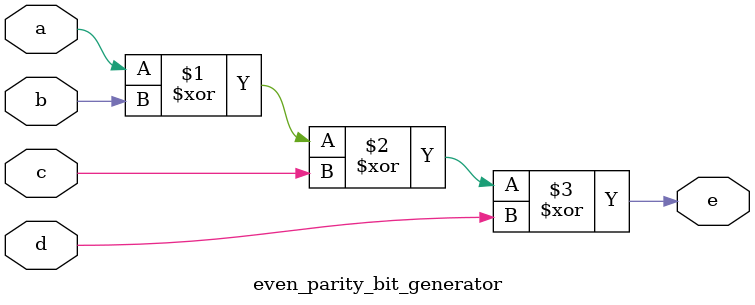
<source format=v>
`timescale 1ns / 1ps


module even_parity_bit_generator(
    input a, b, c, d,
    output e
    );
    assign e=a^b^c^d;
endmodule

</source>
